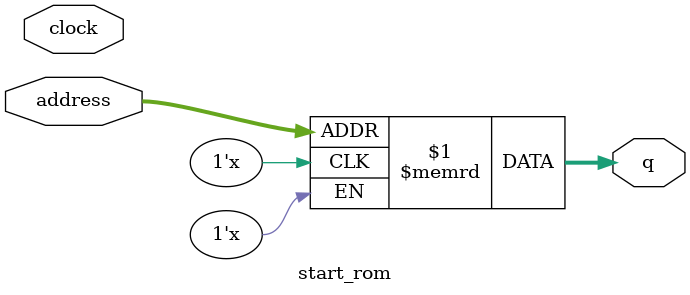
<source format=sv>
module start_rom (
	input logic clock,
	input logic [14:0] address,
	output logic [3:0] q
);

logic [3:0] memory [0:31499] /* synthesis ram_init_file = "./start/start.mif" */;

	assign q = memory[address];
endmodule

</source>
